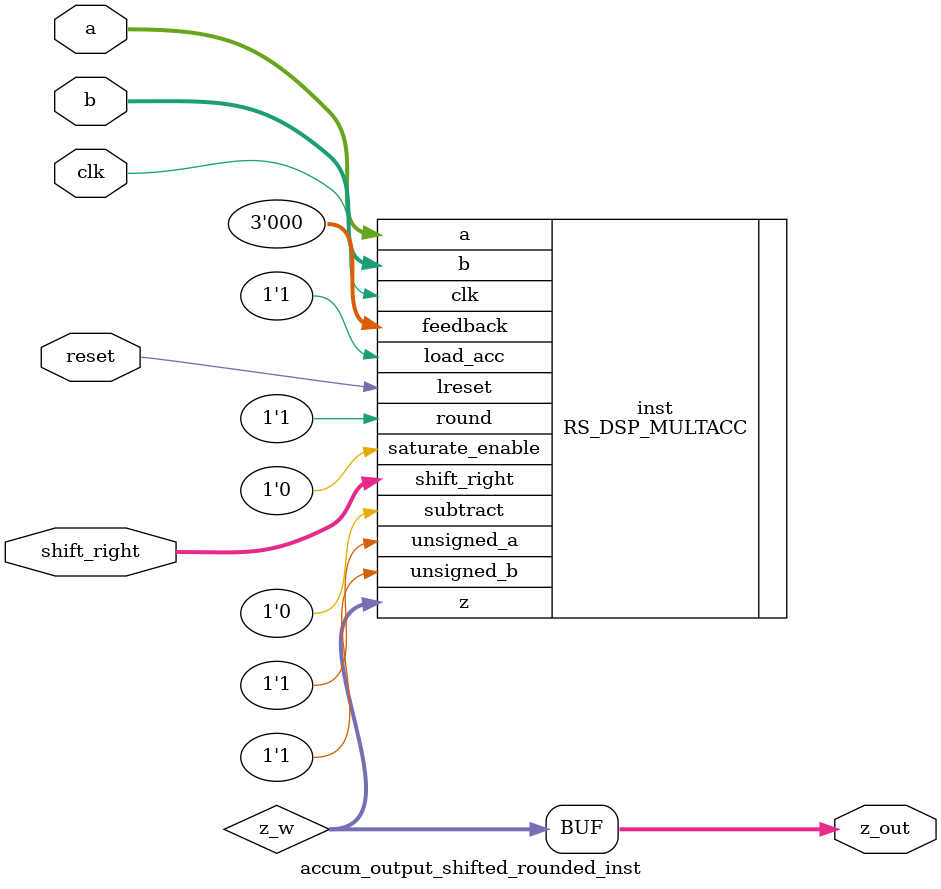
<source format=sv>
module accum_output_shifted_rounded_inst (
	input  wire [19:0] a,
    input  wire [17:0] b,
    input  wire [5:0] shift_right,
	input wire clk, reset,
    output wire [37:0] z_out
    );

    parameter [79:0] MODE_BITS = 80'd0;
    
    wire [37:0] z_w;
	//wire reset;
	RS_DSP_MULTACC #(
    .MODE_BITS(80'h00000000000000000000)) 
        inst(.a(a), .b(b), .z(z_w),. clk(clk), .lreset(reset),. load_acc(1'b1) ,. feedback(3'd0), .unsigned_a(1'b1), .unsigned_b(1'b1), . saturate_enable(1'b0),. shift_right(shift_right),. round(1'b1),.subtract(1'b0));
	
    assign z_out = z_w;

endmodule
</source>
